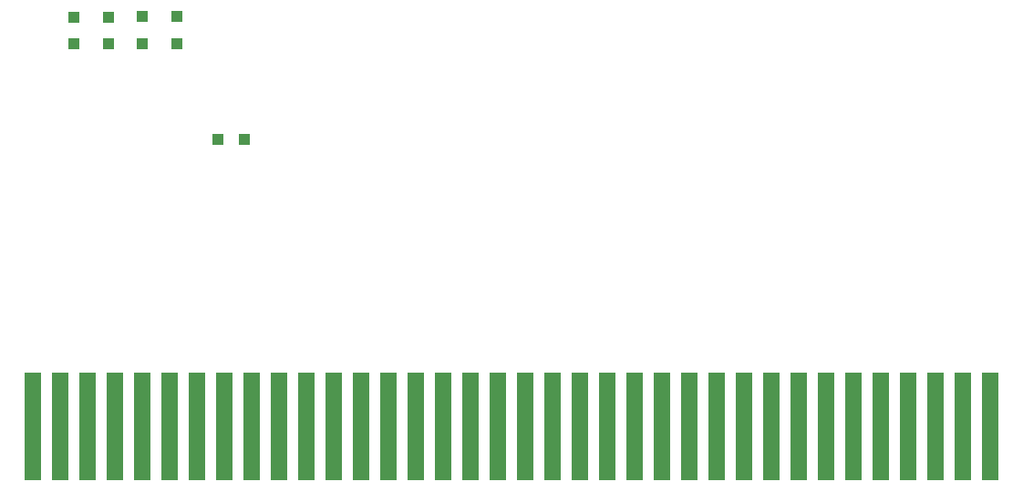
<source format=gtp>
G04 #@! TF.GenerationSoftware,KiCad,Pcbnew,(5.1.12)-1*
G04 #@! TF.CreationDate,2025-01-21T15:36:47+00:00*
G04 #@! TF.ProjectId,CPCVideo,43504356-6964-4656-9f2e-6b696361645f,rev?*
G04 #@! TF.SameCoordinates,Original*
G04 #@! TF.FileFunction,Paste,Top*
G04 #@! TF.FilePolarity,Positive*
%FSLAX46Y46*%
G04 Gerber Fmt 4.6, Leading zero omitted, Abs format (unit mm)*
G04 Created by KiCad (PCBNEW (5.1.12)-1) date 2025-01-21 15:36:47*
%MOMM*%
%LPD*%
G01*
G04 APERTURE LIST*
%ADD10R,1.000000X1.000000*%
%ADD11R,1.600000X10.000000*%
G04 APERTURE END LIST*
D10*
X162560000Y-130175000D03*
X162560000Y-127675000D03*
X165735000Y-130175000D03*
X165735000Y-127675000D03*
X168910000Y-130155000D03*
X168910000Y-127655000D03*
X172085000Y-130155000D03*
X172085000Y-127655000D03*
X175915000Y-139065000D03*
X178415000Y-139065000D03*
D11*
X247650000Y-165735000D03*
X245110000Y-165735000D03*
X242570000Y-165735000D03*
X240030000Y-165735000D03*
X237490000Y-165735000D03*
X234950000Y-165735000D03*
X232410000Y-165735000D03*
X229870000Y-165735000D03*
X227330000Y-165735000D03*
X224790000Y-165735000D03*
X222250000Y-165735000D03*
X219710000Y-165735000D03*
X217170000Y-165735000D03*
X214630000Y-165735000D03*
X212090000Y-165735000D03*
X209550000Y-165735000D03*
X207010000Y-165735000D03*
X204470000Y-165735000D03*
X201930000Y-165735000D03*
X199390000Y-165735000D03*
X196850000Y-165735000D03*
X194310000Y-165735000D03*
X191770000Y-165735000D03*
X189230000Y-165735000D03*
X186690000Y-165735000D03*
X184150000Y-165735000D03*
X181610000Y-165735000D03*
X179070000Y-165735000D03*
X176530000Y-165735000D03*
X173990000Y-165735000D03*
X171450000Y-165735000D03*
X168910000Y-165735000D03*
X166370000Y-165735000D03*
X163830000Y-165735000D03*
X161290000Y-165735000D03*
X158750000Y-165735000D03*
M02*

</source>
